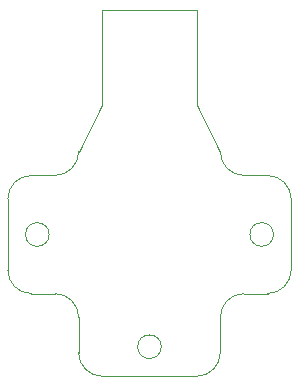
<source format=gbr>
%TF.GenerationSoftware,KiCad,Pcbnew,(6.0.11)*%
%TF.CreationDate,2024-01-21T20:47:10+09:00*%
%TF.ProjectId,ORION_enc_v2,4f52494f-4e5f-4656-9e63-5f76322e6b69,rev?*%
%TF.SameCoordinates,Original*%
%TF.FileFunction,Profile,NP*%
%FSLAX46Y46*%
G04 Gerber Fmt 4.6, Leading zero omitted, Abs format (unit mm)*
G04 Created by KiCad (PCBNEW (6.0.11)) date 2024-01-21 20:47:10*
%MOMM*%
%LPD*%
G01*
G04 APERTURE LIST*
%TA.AperFunction,Profile*%
%ADD10C,0.100000*%
%TD*%
G04 APERTURE END LIST*
D10*
X81000000Y-61000000D02*
G75*
G03*
X79000000Y-59000000I-2000000J0D01*
G01*
X63000000Y-71000000D02*
X63000000Y-74000000D01*
X73000000Y-45000000D02*
X73000000Y-53000000D01*
X57000000Y-67000000D02*
G75*
G03*
X59000000Y-69000000I2000000J0D01*
G01*
X59000000Y-69000000D02*
X61000000Y-69000000D01*
X65000000Y-53000000D02*
X63000000Y-57000000D01*
X79500000Y-64000000D02*
G75*
G03*
X79500000Y-64000000I-1000000J0D01*
G01*
X79000000Y-69000000D02*
G75*
G03*
X81000000Y-67000000I0J2000000D01*
G01*
X63000000Y-71000000D02*
G75*
G03*
X61000000Y-69000000I-2000000J0D01*
G01*
X75000000Y-57000000D02*
G75*
G03*
X77000000Y-59000000I2000000J0D01*
G01*
X77000000Y-69000000D02*
G75*
G03*
X75000000Y-71000000I0J-2000000D01*
G01*
X59000000Y-59000000D02*
G75*
G03*
X57000000Y-61000000I0J-2000000D01*
G01*
X75000000Y-74000000D02*
X75000000Y-71000000D01*
X65000000Y-45000000D02*
X65000000Y-53000000D01*
X61000000Y-59000000D02*
X59000000Y-59000000D01*
X60500000Y-64000000D02*
G75*
G03*
X60500000Y-64000000I-1000000J0D01*
G01*
X79000000Y-59000000D02*
X77000000Y-59000000D01*
X70000000Y-73500000D02*
G75*
G03*
X70000000Y-73500000I-1000000J0D01*
G01*
X63000000Y-74000000D02*
G75*
G03*
X65000000Y-76000000I2000000J0D01*
G01*
X73000000Y-53000000D02*
X75000000Y-57000000D01*
X73000000Y-76000000D02*
G75*
G03*
X75000000Y-74000000I0J2000000D01*
G01*
X65000000Y-45000000D02*
X73000000Y-45000000D01*
X57000000Y-61000000D02*
X57000000Y-67000000D01*
X61000000Y-59000000D02*
G75*
G03*
X63000000Y-57000000I0J2000000D01*
G01*
X81000000Y-67000000D02*
X81000000Y-61000000D01*
X77000000Y-69000000D02*
X79000000Y-69000000D01*
X65000000Y-76000000D02*
X73000000Y-76000000D01*
M02*

</source>
